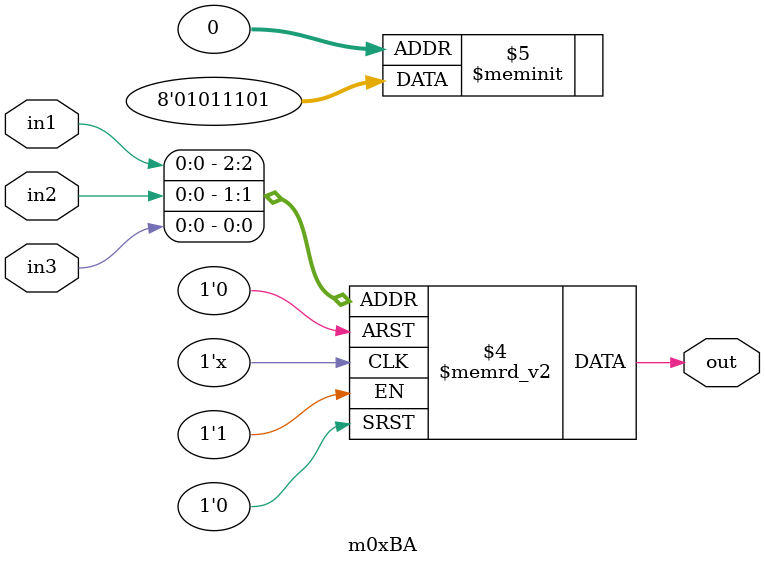
<source format=v>
module m0xBA(output out, input in1, in2, in3);

   always @(in1, in2, in3)
     begin
        case({in1, in2, in3})
          3'b000: {out} = 1'b1;
          3'b001: {out} = 1'b0;
          3'b010: {out} = 1'b1;
          3'b011: {out} = 1'b1;
          3'b100: {out} = 1'b1;
          3'b101: {out} = 1'b0;
          3'b110: {out} = 1'b1;
          3'b111: {out} = 1'b0;
        endcase // case ({in1, in2, in3})
     end // always @ (in1, in2, in3)

endmodule // m0xBA
</source>
